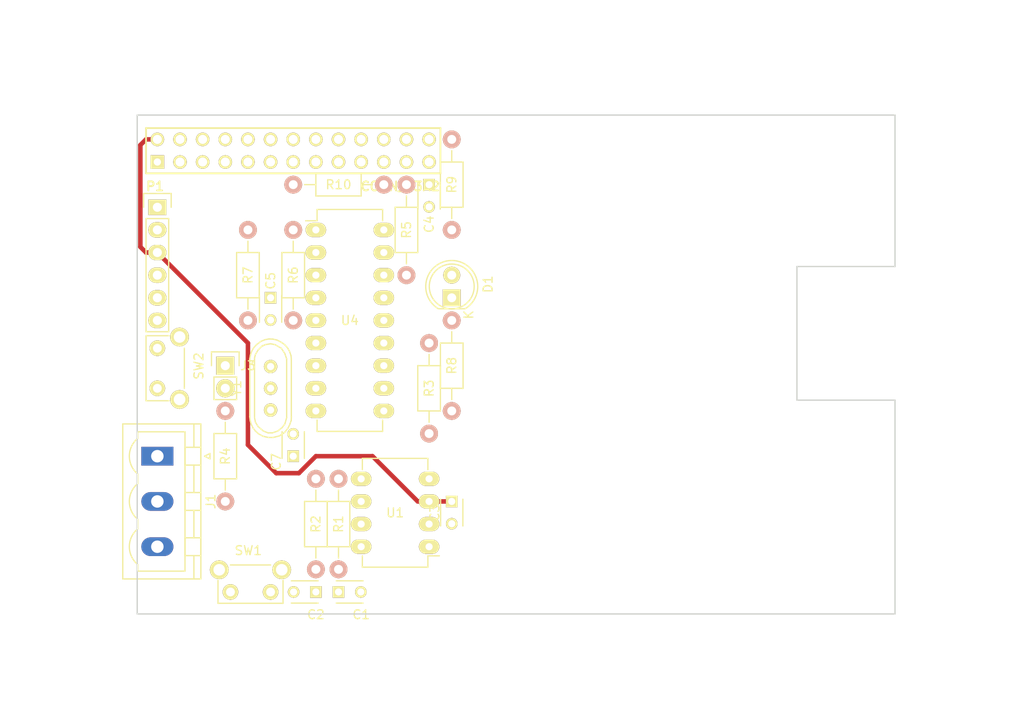
<source format=kicad_pcb>
(kicad_pcb (version 4) (host pcbnew 4.0.4+e1-6308~48~ubuntu16.04.1-stable)

  (general
    (links 57)
    (no_connects 54)
    (area 127.666667 112.000001 242.904763 191.6478)
    (thickness 1.6)
    (drawings 41)
    (tracks 14)
    (zones 0)
    (modules 26)
    (nets 48)
  )

  (page A3)
  (title_block
    (date "15 nov 2012")
  )

  (layers
    (0 F.Cu signal)
    (31 B.Cu signal)
    (32 B.Adhes user)
    (33 F.Adhes user)
    (34 B.Paste user)
    (35 F.Paste user)
    (36 B.SilkS user)
    (37 F.SilkS user)
    (38 B.Mask user)
    (39 F.Mask user)
    (40 Dwgs.User user)
    (41 Cmts.User user)
    (42 Eco1.User user)
    (43 Eco2.User user)
    (44 Edge.Cuts user)
  )

  (setup
    (last_trace_width 0.508)
    (user_trace_width 0.254)
    (user_trace_width 0.508)
    (user_trace_width 0.762)
    (user_trace_width 1.016)
    (user_trace_width 1.27)
    (trace_clearance 0.2)
    (zone_clearance 0.508)
    (zone_45_only no)
    (trace_min 0.1524)
    (segment_width 0.2)
    (edge_width 0.15)
    (via_size 0.9)
    (via_drill 0.6)
    (via_min_size 0.8)
    (via_min_drill 0.5)
    (uvia_size 0.5)
    (uvia_drill 0.1)
    (uvias_allowed no)
    (uvia_min_size 0)
    (uvia_min_drill 0)
    (pcb_text_width 0.3)
    (pcb_text_size 1 1)
    (mod_edge_width 0.15)
    (mod_text_size 1 1)
    (mod_text_width 0.15)
    (pad_size 1 1)
    (pad_drill 0.6)
    (pad_to_mask_clearance 0)
    (aux_axis_origin 143.5 181)
    (grid_origin 145.76 127.73)
    (visible_elements 7FFEEFFF)
    (pcbplotparams
      (layerselection 0x00030_80000001)
      (usegerberextensions true)
      (excludeedgelayer true)
      (linewidth 0.150000)
      (plotframeref false)
      (viasonmask false)
      (mode 1)
      (useauxorigin false)
      (hpglpennumber 1)
      (hpglpenspeed 20)
      (hpglpendiameter 15)
      (hpglpenoverlay 2)
      (psnegative false)
      (psa4output false)
      (plotreference true)
      (plotvalue true)
      (plotinvisibletext false)
      (padsonsilk false)
      (subtractmaskfromsilk false)
      (outputformat 1)
      (mirror false)
      (drillshape 1)
      (scaleselection 1)
      (outputdirectory ""))
  )

  (net 0 "")
  (net 1 +3.3V)
  (net 2 +5V)
  (net 3 GND)
  (net 4 "Net-(C1-Pad1)")
  (net 5 "Net-(C2-Pad1)")
  (net 6 "Net-(C5-Pad2)")
  (net 7 "Net-(C7-Pad2)")
  (net 8 "Net-(D1-Pad1)")
  (net 9 "/GPIO7(CE1)")
  (net 10 /CANL)
  (net 11 /CANH)
  (net 12 /RXD)
  (net 13 /TXD)
  (net 14 "Net-(J2-Pad6)")
  (net 15 "Net-(J3-Pad2)")
  (net 16 "/GPIO0(SDA)")
  (net 17 "Net-(P1-Pad4)")
  (net 18 "/GPIO1(SCL)")
  (net 19 /GPIO4)
  (net 20 "Net-(P1-Pad9)")
  (net 21 /GPIO17)
  (net 22 /GPIO18)
  (net 23 /GPIO21)
  (net 24 "Net-(P1-Pad14)")
  (net 25 /GPIO22)
  (net 26 /GPIO23)
  (net 27 "Net-(P1-Pad17)")
  (net 28 /GPIO24)
  (net 29 "/GPIO10(MOSI)")
  (net 30 "Net-(P1-Pad20)")
  (net 31 "/GPIO9(MISO)")
  (net 32 /GPIO25)
  (net 33 "/GPIO11(SCLK)")
  (net 34 "/GPIO8(CE0)")
  (net 35 "Net-(P1-Pad25)")
  (net 36 "Net-(R3-Pad2)")
  (net 37 "Net-(R5-Pad2)")
  (net 38 "Net-(R6-Pad1)")
  (net 39 "Net-(R7-Pad1)")
  (net 40 "Net-(U1-Pad1)")
  (net 41 "Net-(U1-Pad5)")
  (net 42 "Net-(U4-Pad3)")
  (net 43 "Net-(U4-Pad4)")
  (net 44 "Net-(U4-Pad5)")
  (net 45 "Net-(U4-Pad6)")
  (net 46 "Net-(U4-Pad10)")
  (net 47 "Net-(U4-Pad11)")

  (net_class Default "This is the default net class."
    (clearance 0.2)
    (trace_width 0.2)
    (via_dia 0.9)
    (via_drill 0.6)
    (uvia_dia 0.5)
    (uvia_drill 0.1)
    (add_net +3.3V)
    (add_net +5V)
    (add_net /CANH)
    (add_net /CANL)
    (add_net "/GPIO0(SDA)")
    (add_net "/GPIO1(SCL)")
    (add_net "/GPIO10(MOSI)")
    (add_net "/GPIO11(SCLK)")
    (add_net /GPIO17)
    (add_net /GPIO18)
    (add_net /GPIO21)
    (add_net /GPIO22)
    (add_net /GPIO23)
    (add_net /GPIO24)
    (add_net /GPIO25)
    (add_net /GPIO4)
    (add_net "/GPIO7(CE1)")
    (add_net "/GPIO8(CE0)")
    (add_net "/GPIO9(MISO)")
    (add_net /RXD)
    (add_net /TXD)
    (add_net GND)
    (add_net "Net-(C1-Pad1)")
    (add_net "Net-(C2-Pad1)")
    (add_net "Net-(C5-Pad2)")
    (add_net "Net-(C7-Pad2)")
    (add_net "Net-(D1-Pad1)")
    (add_net "Net-(J2-Pad6)")
    (add_net "Net-(J3-Pad2)")
    (add_net "Net-(P1-Pad14)")
    (add_net "Net-(P1-Pad17)")
    (add_net "Net-(P1-Pad20)")
    (add_net "Net-(P1-Pad25)")
    (add_net "Net-(P1-Pad4)")
    (add_net "Net-(P1-Pad9)")
    (add_net "Net-(R3-Pad2)")
    (add_net "Net-(R5-Pad2)")
    (add_net "Net-(R6-Pad1)")
    (add_net "Net-(R7-Pad1)")
    (add_net "Net-(U1-Pad1)")
    (add_net "Net-(U1-Pad5)")
    (add_net "Net-(U4-Pad10)")
    (add_net "Net-(U4-Pad11)")
    (add_net "Net-(U4-Pad3)")
    (add_net "Net-(U4-Pad4)")
    (add_net "Net-(U4-Pad5)")
    (add_net "Net-(U4-Pad6)")
  )

  (net_class Power ""
    (clearance 0.2)
    (trace_width 0.5)
    (via_dia 1)
    (via_drill 0.7)
    (uvia_dia 0.5)
    (uvia_drill 0.1)
  )

  (module pin_array_13x2 locked (layer F.Cu) (tedit 50A55E7A) (tstamp 50A55DA3)
    (at 161 129)
    (descr "Double rangee de contacts 2 x 12 pins")
    (tags CONN)
    (path /50A55ABA)
    (fp_text reference P1 (at -15.5 4) (layer F.SilkS)
      (effects (font (size 1.016 1.016) (thickness 0.2032)))
    )
    (fp_text value CONN_13X2 (at 12 4) (layer F.SilkS)
      (effects (font (size 1.016 1.016) (thickness 0.2032)))
    )
    (fp_line (start -16.51 2.54) (end 16.51 2.54) (layer F.SilkS) (width 0.2032))
    (fp_line (start 16.51 -2.54) (end -16.51 -2.54) (layer F.SilkS) (width 0.2032))
    (fp_line (start -16.51 -2.54) (end -16.51 2.54) (layer F.SilkS) (width 0.2032))
    (fp_line (start 16.51 2.54) (end 16.51 -2.54) (layer F.SilkS) (width 0.2032))
    (pad 1 thru_hole rect (at -15.24 1.27) (size 1.524 1.524) (drill 0.8128) (layers *.Cu *.Mask F.SilkS)
      (net 1 +3.3V))
    (pad 2 thru_hole circle (at -15.24 -1.27) (size 1.524 1.524) (drill 1.016) (layers *.Cu *.Mask F.SilkS)
      (net 2 +5V))
    (pad 3 thru_hole circle (at -12.7 1.27) (size 1.524 1.524) (drill 1.016) (layers *.Cu *.Mask F.SilkS)
      (net 16 "/GPIO0(SDA)"))
    (pad 4 thru_hole circle (at -12.7 -1.27) (size 1.524 1.524) (drill 1.016) (layers *.Cu *.Mask F.SilkS)
      (net 17 "Net-(P1-Pad4)"))
    (pad 5 thru_hole circle (at -10.16 1.27) (size 1.524 1.524) (drill 1.016) (layers *.Cu *.Mask F.SilkS)
      (net 18 "/GPIO1(SCL)"))
    (pad 6 thru_hole circle (at -10.16 -1.27) (size 1.524 1.524) (drill 1.016) (layers *.Cu *.Mask F.SilkS)
      (net 3 GND))
    (pad 7 thru_hole circle (at -7.62 1.27) (size 1.524 1.524) (drill 1.016) (layers *.Cu *.Mask F.SilkS)
      (net 19 /GPIO4))
    (pad 8 thru_hole circle (at -7.62 -1.27) (size 1.524 1.524) (drill 1.016) (layers *.Cu *.Mask F.SilkS)
      (net 13 /TXD))
    (pad 9 thru_hole circle (at -5.08 1.27) (size 1.524 1.524) (drill 1.016) (layers *.Cu *.Mask F.SilkS)
      (net 20 "Net-(P1-Pad9)"))
    (pad 10 thru_hole circle (at -5.08 -1.27) (size 1.524 1.524) (drill 1.016) (layers *.Cu *.Mask F.SilkS)
      (net 12 /RXD))
    (pad 11 thru_hole circle (at -2.54 1.27) (size 1.524 1.524) (drill 1.016) (layers *.Cu *.Mask F.SilkS)
      (net 21 /GPIO17))
    (pad 12 thru_hole circle (at -2.54 -1.27) (size 1.524 1.524) (drill 1.016) (layers *.Cu *.Mask F.SilkS)
      (net 22 /GPIO18))
    (pad 13 thru_hole circle (at 0 1.27) (size 1.524 1.524) (drill 1.016) (layers *.Cu *.Mask F.SilkS)
      (net 23 /GPIO21))
    (pad 14 thru_hole circle (at 0 -1.27) (size 1.524 1.524) (drill 1.016) (layers *.Cu *.Mask F.SilkS)
      (net 24 "Net-(P1-Pad14)"))
    (pad 15 thru_hole circle (at 2.54 1.27) (size 1.524 1.524) (drill 1.016) (layers *.Cu *.Mask F.SilkS)
      (net 25 /GPIO22))
    (pad 16 thru_hole circle (at 2.54 -1.27) (size 1.524 1.524) (drill 1.016) (layers *.Cu *.Mask F.SilkS)
      (net 26 /GPIO23))
    (pad 17 thru_hole circle (at 5.08 1.27) (size 1.524 1.524) (drill 1.016) (layers *.Cu *.Mask F.SilkS)
      (net 27 "Net-(P1-Pad17)"))
    (pad 18 thru_hole circle (at 5.08 -1.27) (size 1.524 1.524) (drill 1.016) (layers *.Cu *.Mask F.SilkS)
      (net 28 /GPIO24))
    (pad 19 thru_hole circle (at 7.62 1.27) (size 1.524 1.524) (drill 1.016) (layers *.Cu *.Mask F.SilkS)
      (net 29 "/GPIO10(MOSI)"))
    (pad 20 thru_hole circle (at 7.62 -1.27) (size 1.524 1.524) (drill 1.016) (layers *.Cu *.Mask F.SilkS)
      (net 30 "Net-(P1-Pad20)"))
    (pad 21 thru_hole circle (at 10.16 1.27) (size 1.524 1.524) (drill 1.016) (layers *.Cu *.Mask F.SilkS)
      (net 31 "/GPIO9(MISO)"))
    (pad 22 thru_hole circle (at 10.16 -1.27) (size 1.524 1.524) (drill 1.016) (layers *.Cu *.Mask F.SilkS)
      (net 32 /GPIO25))
    (pad 23 thru_hole circle (at 12.7 1.27) (size 1.524 1.524) (drill 1.016) (layers *.Cu *.Mask F.SilkS)
      (net 33 "/GPIO11(SCLK)"))
    (pad 24 thru_hole circle (at 12.7 -1.27) (size 1.524 1.524) (drill 1.016) (layers *.Cu *.Mask F.SilkS)
      (net 34 "/GPIO8(CE0)"))
    (pad 25 thru_hole circle (at 15.24 1.27) (size 1.524 1.524) (drill 1.016) (layers *.Cu *.Mask F.SilkS)
      (net 35 "Net-(P1-Pad25)"))
    (pad 26 thru_hole circle (at 15.24 -1.27) (size 1.524 1.524) (drill 1.016) (layers *.Cu *.Mask F.SilkS)
      (net 9 "/GPIO7(CE1)"))
    (model pin_array/pins_array_13x2.wrl
      (at (xyz 0 0 0))
      (scale (xyz 1 1 1))
      (rotate (xyz 0 0 0))
    )
  )

  (module Capacitors_ThroughHole:C_Disc_D3_P2.5 placed (layer F.Cu) (tedit 58BAC5DD) (tstamp 58BA9F9A)
    (at 166.08 178.53)
    (descr "Capacitor 3mm Disc, Pitch 2.5mm")
    (tags Capacitor)
    (path /58BA204E)
    (fp_text reference C1 (at 2.54 2.54) (layer F.SilkS)
      (effects (font (size 1 1) (thickness 0.15)))
    )
    (fp_text value 560pF (at 1.25 2.5) (layer F.Fab)
      (effects (font (size 1 1) (thickness 0.15)))
    )
    (fp_line (start -0.9 -1.5) (end 3.4 -1.5) (layer F.CrtYd) (width 0.05))
    (fp_line (start 3.4 -1.5) (end 3.4 1.5) (layer F.CrtYd) (width 0.05))
    (fp_line (start 3.4 1.5) (end -0.9 1.5) (layer F.CrtYd) (width 0.05))
    (fp_line (start -0.9 1.5) (end -0.9 -1.5) (layer F.CrtYd) (width 0.05))
    (fp_line (start -0.25 -1.25) (end 2.75 -1.25) (layer F.SilkS) (width 0.15))
    (fp_line (start 2.75 1.25) (end -0.25 1.25) (layer F.SilkS) (width 0.15))
    (pad 1 thru_hole rect (at 0 0) (size 1.3 1.3) (drill 0.8) (layers *.Cu *.Mask F.SilkS)
      (net 4 "Net-(C1-Pad1)"))
    (pad 2 thru_hole circle (at 2.5 0) (size 1.3 1.3) (drill 0.8001) (layers *.Cu *.Mask F.SilkS)
      (net 3 GND))
    (model Capacitors_ThroughHole.3dshapes/C_Disc_D3_P2.5.wrl
      (at (xyz 0.0492126 0 0))
      (scale (xyz 1 1 1))
      (rotate (xyz 0 0 0))
    )
  )

  (module Capacitors_ThroughHole:C_Disc_D3_P2.5 placed (layer F.Cu) (tedit 58BAC5D7) (tstamp 58BA9FA0)
    (at 163.54 178.53 180)
    (descr "Capacitor 3mm Disc, Pitch 2.5mm")
    (tags Capacitor)
    (path /58BA1FBE)
    (fp_text reference C2 (at 0 -2.54 180) (layer F.SilkS)
      (effects (font (size 1 1) (thickness 0.15)))
    )
    (fp_text value 560pF (at 1.25 2.5 180) (layer F.Fab)
      (effects (font (size 1 1) (thickness 0.15)))
    )
    (fp_line (start -0.9 -1.5) (end 3.4 -1.5) (layer F.CrtYd) (width 0.05))
    (fp_line (start 3.4 -1.5) (end 3.4 1.5) (layer F.CrtYd) (width 0.05))
    (fp_line (start 3.4 1.5) (end -0.9 1.5) (layer F.CrtYd) (width 0.05))
    (fp_line (start -0.9 1.5) (end -0.9 -1.5) (layer F.CrtYd) (width 0.05))
    (fp_line (start -0.25 -1.25) (end 2.75 -1.25) (layer F.SilkS) (width 0.15))
    (fp_line (start 2.75 1.25) (end -0.25 1.25) (layer F.SilkS) (width 0.15))
    (pad 1 thru_hole rect (at 0 0 180) (size 1.3 1.3) (drill 0.8) (layers *.Cu *.Mask F.SilkS)
      (net 5 "Net-(C2-Pad1)"))
    (pad 2 thru_hole circle (at 2.5 0 180) (size 1.3 1.3) (drill 0.8001) (layers *.Cu *.Mask F.SilkS)
      (net 3 GND))
    (model Capacitors_ThroughHole.3dshapes/C_Disc_D3_P2.5.wrl
      (at (xyz 0.0492126 0 0))
      (scale (xyz 1 1 1))
      (rotate (xyz 0 0 0))
    )
  )

  (module Capacitors_ThroughHole:C_Disc_D3_P2.5 placed (layer F.Cu) (tedit 58BAC5FD) (tstamp 58BA9FA6)
    (at 178.78 168.37 270)
    (descr "Capacitor 3mm Disc, Pitch 2.5mm")
    (tags Capacitor)
    (path /58BA1693)
    (fp_text reference C3 (at 1.27 1.905 270) (layer F.SilkS)
      (effects (font (size 1 1) (thickness 0.15)))
    )
    (fp_text value 0.1μF (at 1.25 2.5 270) (layer F.Fab)
      (effects (font (size 1 1) (thickness 0.15)))
    )
    (fp_line (start -0.9 -1.5) (end 3.4 -1.5) (layer F.CrtYd) (width 0.05))
    (fp_line (start 3.4 -1.5) (end 3.4 1.5) (layer F.CrtYd) (width 0.05))
    (fp_line (start 3.4 1.5) (end -0.9 1.5) (layer F.CrtYd) (width 0.05))
    (fp_line (start -0.9 1.5) (end -0.9 -1.5) (layer F.CrtYd) (width 0.05))
    (fp_line (start -0.25 -1.25) (end 2.75 -1.25) (layer F.SilkS) (width 0.15))
    (fp_line (start 2.75 1.25) (end -0.25 1.25) (layer F.SilkS) (width 0.15))
    (pad 1 thru_hole rect (at 0 0 270) (size 1.3 1.3) (drill 0.8) (layers *.Cu *.Mask F.SilkS)
      (net 2 +5V))
    (pad 2 thru_hole circle (at 2.5 0 270) (size 1.3 1.3) (drill 0.8001) (layers *.Cu *.Mask F.SilkS)
      (net 3 GND))
    (model Capacitors_ThroughHole.3dshapes/C_Disc_D3_P2.5.wrl
      (at (xyz 0.0492126 0 0))
      (scale (xyz 1 1 1))
      (rotate (xyz 0 0 0))
    )
  )

  (module Capacitors_ThroughHole:C_Disc_D3_P2.5 placed (layer F.Cu) (tedit 58BAC57E) (tstamp 58BA9FAC)
    (at 176.24 132.81 270)
    (descr "Capacitor 3mm Disc, Pitch 2.5mm")
    (tags Capacitor)
    (path /58BA000F)
    (fp_text reference C4 (at 4.445 0 270) (layer F.SilkS)
      (effects (font (size 1 1) (thickness 0.15)))
    )
    (fp_text value 0.1μF (at 1.25 2.5 270) (layer F.Fab)
      (effects (font (size 1 1) (thickness 0.15)))
    )
    (fp_line (start -0.9 -1.5) (end 3.4 -1.5) (layer F.CrtYd) (width 0.05))
    (fp_line (start 3.4 -1.5) (end 3.4 1.5) (layer F.CrtYd) (width 0.05))
    (fp_line (start 3.4 1.5) (end -0.9 1.5) (layer F.CrtYd) (width 0.05))
    (fp_line (start -0.9 1.5) (end -0.9 -1.5) (layer F.CrtYd) (width 0.05))
    (fp_line (start -0.25 -1.25) (end 2.75 -1.25) (layer F.SilkS) (width 0.15))
    (fp_line (start 2.75 1.25) (end -0.25 1.25) (layer F.SilkS) (width 0.15))
    (pad 1 thru_hole rect (at 0 0 270) (size 1.3 1.3) (drill 0.8) (layers *.Cu *.Mask F.SilkS)
      (net 1 +3.3V))
    (pad 2 thru_hole circle (at 2.5 0 270) (size 1.3 1.3) (drill 0.8001) (layers *.Cu *.Mask F.SilkS)
      (net 3 GND))
    (model Capacitors_ThroughHole.3dshapes/C_Disc_D3_P2.5.wrl
      (at (xyz 0.0492126 0 0))
      (scale (xyz 1 1 1))
      (rotate (xyz 0 0 0))
    )
  )

  (module Capacitors_ThroughHole:C_Disc_D3_P2.5 placed (layer F.Cu) (tedit 58BAC5B4) (tstamp 58BA9FB2)
    (at 158.46 145.51 270)
    (descr "Capacitor 3mm Disc, Pitch 2.5mm")
    (tags Capacitor)
    (path /58BA0567)
    (fp_text reference C5 (at -1.905 0 270) (layer F.SilkS)
      (effects (font (size 1 1) (thickness 0.15)))
    )
    (fp_text value 22pF (at 1.25 2.5 270) (layer F.Fab)
      (effects (font (size 1 1) (thickness 0.15)))
    )
    (fp_line (start -0.9 -1.5) (end 3.4 -1.5) (layer F.CrtYd) (width 0.05))
    (fp_line (start 3.4 -1.5) (end 3.4 1.5) (layer F.CrtYd) (width 0.05))
    (fp_line (start 3.4 1.5) (end -0.9 1.5) (layer F.CrtYd) (width 0.05))
    (fp_line (start -0.9 1.5) (end -0.9 -1.5) (layer F.CrtYd) (width 0.05))
    (fp_line (start -0.25 -1.25) (end 2.75 -1.25) (layer F.SilkS) (width 0.15))
    (fp_line (start 2.75 1.25) (end -0.25 1.25) (layer F.SilkS) (width 0.15))
    (pad 1 thru_hole rect (at 0 0 270) (size 1.3 1.3) (drill 0.8) (layers *.Cu *.Mask F.SilkS)
      (net 3 GND))
    (pad 2 thru_hole circle (at 2.5 0 270) (size 1.3 1.3) (drill 0.8001) (layers *.Cu *.Mask F.SilkS)
      (net 6 "Net-(C5-Pad2)"))
    (model Capacitors_ThroughHole.3dshapes/C_Disc_D3_P2.5.wrl
      (at (xyz 0.0492126 0 0))
      (scale (xyz 1 1 1))
      (rotate (xyz 0 0 0))
    )
  )

  (module Capacitors_ThroughHole:C_Disc_D3_P2.5 placed (layer F.Cu) (tedit 58BAC5C9) (tstamp 58BA9FB8)
    (at 161 163.29 90)
    (descr "Capacitor 3mm Disc, Pitch 2.5mm")
    (tags Capacitor)
    (path /58BA05DB)
    (fp_text reference C7 (at -0.635 -1.905 90) (layer F.SilkS)
      (effects (font (size 1 1) (thickness 0.15)))
    )
    (fp_text value 22pF (at 1.25 2.5 90) (layer F.Fab)
      (effects (font (size 1 1) (thickness 0.15)))
    )
    (fp_line (start -0.9 -1.5) (end 3.4 -1.5) (layer F.CrtYd) (width 0.05))
    (fp_line (start 3.4 -1.5) (end 3.4 1.5) (layer F.CrtYd) (width 0.05))
    (fp_line (start 3.4 1.5) (end -0.9 1.5) (layer F.CrtYd) (width 0.05))
    (fp_line (start -0.9 1.5) (end -0.9 -1.5) (layer F.CrtYd) (width 0.05))
    (fp_line (start -0.25 -1.25) (end 2.75 -1.25) (layer F.SilkS) (width 0.15))
    (fp_line (start 2.75 1.25) (end -0.25 1.25) (layer F.SilkS) (width 0.15))
    (pad 1 thru_hole rect (at 0 0 90) (size 1.3 1.3) (drill 0.8) (layers *.Cu *.Mask F.SilkS)
      (net 3 GND))
    (pad 2 thru_hole circle (at 2.5 0 90) (size 1.3 1.3) (drill 0.8001) (layers *.Cu *.Mask F.SilkS)
      (net 7 "Net-(C7-Pad2)"))
    (model Capacitors_ThroughHole.3dshapes/C_Disc_D3_P2.5.wrl
      (at (xyz 0.0492126 0 0))
      (scale (xyz 1 1 1))
      (rotate (xyz 0 0 0))
    )
  )

  (module LEDs:LED-5MM placed (layer F.Cu) (tedit 5570F7EA) (tstamp 58BA9FBE)
    (at 178.78 145.51 90)
    (descr "LED 5mm round vertical")
    (tags "LED 5mm round vertical")
    (path /58B9E10F)
    (fp_text reference D1 (at 1.524 4.064 90) (layer F.SilkS)
      (effects (font (size 1 1) (thickness 0.15)))
    )
    (fp_text value LED (at 1.524 -3.937 90) (layer F.Fab)
      (effects (font (size 1 1) (thickness 0.15)))
    )
    (fp_line (start -1.5 -1.55) (end -1.5 1.55) (layer F.CrtYd) (width 0.05))
    (fp_arc (start 1.3 0) (end -1.5 1.55) (angle -302) (layer F.CrtYd) (width 0.05))
    (fp_arc (start 1.27 0) (end -1.23 -1.5) (angle 297.5) (layer F.SilkS) (width 0.15))
    (fp_line (start -1.23 1.5) (end -1.23 -1.5) (layer F.SilkS) (width 0.15))
    (fp_circle (center 1.27 0) (end 0.97 -2.5) (layer F.SilkS) (width 0.15))
    (fp_text user K (at -1.905 1.905 90) (layer F.SilkS)
      (effects (font (size 1 1) (thickness 0.15)))
    )
    (pad 1 thru_hole rect (at 0 0 180) (size 2 1.9) (drill 1.00076) (layers *.Cu *.Mask F.SilkS)
      (net 8 "Net-(D1-Pad1)"))
    (pad 2 thru_hole circle (at 2.54 0 90) (size 1.9 1.9) (drill 1.00076) (layers *.Cu *.Mask F.SilkS)
      (net 9 "/GPIO7(CE1)"))
    (model LEDs.3dshapes/LED-5MM.wrl
      (at (xyz 0.05 0 0))
      (scale (xyz 1 1 1))
      (rotate (xyz 0 0 90))
    )
  )

  (module Connectors_Phoenix:PhoenixContact_MSTBVA-G_03x5.08mm_Vertical placed (layer F.Cu) (tedit 5797DB0C) (tstamp 58BA9FC5)
    (at 145.76 163.29 270)
    (descr "Generic Phoenix Contact connector footprint for series: MSTBVA-G; number of pins: 03; pin pitch: 5.08mm; Vertical || order number: 1924318 16A (HC) || order number: 1755749 12A")
    (tags "phoenix_contact connector MSTBVA_01x03_G_5.08mm")
    (path /58BA2E44)
    (fp_text reference J1 (at 5.08 -6 270) (layer F.SilkS)
      (effects (font (size 1 1) (thickness 0.15)))
    )
    (fp_text value CANBUS (at 5.08 5.3 270) (layer F.Fab)
      (effects (font (size 1 1) (thickness 0.15)))
    )
    (fp_arc (start 0 0.55) (end -2 2.2) (angle -100.5) (layer F.SilkS) (width 0.15))
    (fp_arc (start 5.08 0.55) (end 3.08 2.2) (angle -100.5) (layer F.SilkS) (width 0.15))
    (fp_arc (start 10.16 0.55) (end 8.16 2.2) (angle -100.5) (layer F.SilkS) (width 0.15))
    (fp_line (start -3.62 -4.88) (end -3.62 3.88) (layer F.SilkS) (width 0.15))
    (fp_line (start -3.62 3.88) (end 13.78 3.88) (layer F.SilkS) (width 0.15))
    (fp_line (start 13.78 3.88) (end 13.78 -4.88) (layer F.SilkS) (width 0.15))
    (fp_line (start 13.78 -4.88) (end -3.62 -4.88) (layer F.SilkS) (width 0.15))
    (fp_line (start -3.62 -4.1) (end -1.08 -4.1) (layer F.SilkS) (width 0.15))
    (fp_line (start 13.78 -4.1) (end 11.24 -4.1) (layer F.SilkS) (width 0.15))
    (fp_line (start 1 -4.1) (end 4.08 -4.1) (layer F.SilkS) (width 0.15))
    (fp_line (start 6.08 -4.1) (end 9.16 -4.1) (layer F.SilkS) (width 0.15))
    (fp_line (start -1 -3.1) (end -1 -4.88) (layer F.SilkS) (width 0.15))
    (fp_line (start -1 -4.88) (end 1 -4.88) (layer F.SilkS) (width 0.15))
    (fp_line (start 1 -4.88) (end 1 -3.1) (layer F.SilkS) (width 0.15))
    (fp_line (start 1 -3.1) (end -1 -3.1) (layer F.SilkS) (width 0.15))
    (fp_line (start 4.08 -3.1) (end 4.08 -4.88) (layer F.SilkS) (width 0.15))
    (fp_line (start 4.08 -4.88) (end 6.08 -4.88) (layer F.SilkS) (width 0.15))
    (fp_line (start 6.08 -4.88) (end 6.08 -3.1) (layer F.SilkS) (width 0.15))
    (fp_line (start 6.08 -3.1) (end 4.08 -3.1) (layer F.SilkS) (width 0.15))
    (fp_line (start 9.16 -3.1) (end 9.16 -4.88) (layer F.SilkS) (width 0.15))
    (fp_line (start 9.16 -4.88) (end 11.16 -4.88) (layer F.SilkS) (width 0.15))
    (fp_line (start 11.16 -4.88) (end 11.16 -3.1) (layer F.SilkS) (width 0.15))
    (fp_line (start 11.16 -3.1) (end 9.16 -3.1) (layer F.SilkS) (width 0.15))
    (fp_line (start 2 2.2) (end 3.08 2.2) (layer F.SilkS) (width 0.15))
    (fp_line (start 7.08 2.2) (end 8.16 2.2) (layer F.SilkS) (width 0.15))
    (fp_line (start -2 2.2) (end -2.74 2.2) (layer F.SilkS) (width 0.15))
    (fp_line (start -2.74 2.2) (end -2.74 -3.1) (layer F.SilkS) (width 0.15))
    (fp_line (start -2.74 -3.1) (end 12.9 -3.1) (layer F.SilkS) (width 0.15))
    (fp_line (start 12.9 -3.1) (end 12.9 2.2) (layer F.SilkS) (width 0.15))
    (fp_line (start 12.9 2.2) (end 12.16 2.2) (layer F.SilkS) (width 0.15))
    (fp_line (start -4.05 -5.3) (end -4.05 4.3) (layer F.CrtYd) (width 0.05))
    (fp_line (start -4.05 4.3) (end 14.2 4.3) (layer F.CrtYd) (width 0.05))
    (fp_line (start 14.2 4.3) (end 14.2 -5.3) (layer F.CrtYd) (width 0.05))
    (fp_line (start 14.2 -5.3) (end -4.05 -5.3) (layer F.CrtYd) (width 0.05))
    (fp_line (start 0 -5.3) (end 0.3 -5.9) (layer F.SilkS) (width 0.15))
    (fp_line (start 0.3 -5.9) (end -0.3 -5.9) (layer F.SilkS) (width 0.15))
    (fp_line (start -0.3 -5.9) (end 0 -5.3) (layer F.SilkS) (width 0.15))
    (pad 1 thru_hole rect (at 0 0 270) (size 2.1 3.6) (drill 1.4) (layers *.Cu *.Mask)
      (net 10 /CANL))
    (pad 2 thru_hole oval (at 5.08 0 270) (size 2.1 3.6) (drill 1.4) (layers *.Cu *.Mask)
      (net 11 /CANH))
    (pad 3 thru_hole oval (at 10.16 0 270) (size 2.1 3.6) (drill 1.4) (layers *.Cu *.Mask)
      (net 3 GND))
    (model Connectors_Phoenix.3dshapes/PhoenixContact_MSTBVA-G_03x5.08mm_Vertical.wrl
      (at (xyz 0 0 0))
      (scale (xyz 1 1 1))
      (rotate (xyz 0 0 0))
    )
  )

  (module Pin_Headers:Pin_Header_Straight_1x06 placed (layer F.Cu) (tedit 0) (tstamp 58BA9FCF)
    (at 145.76 135.35)
    (descr "Through hole pin header")
    (tags "pin header")
    (path /58B9E2E3)
    (fp_text reference J2 (at 0 -5.1) (layer F.SilkS)
      (effects (font (size 1 1) (thickness 0.15)))
    )
    (fp_text value TTL_SERIAL (at 0 -3.1) (layer F.Fab)
      (effects (font (size 1 1) (thickness 0.15)))
    )
    (fp_line (start -1.75 -1.75) (end -1.75 14.45) (layer F.CrtYd) (width 0.05))
    (fp_line (start 1.75 -1.75) (end 1.75 14.45) (layer F.CrtYd) (width 0.05))
    (fp_line (start -1.75 -1.75) (end 1.75 -1.75) (layer F.CrtYd) (width 0.05))
    (fp_line (start -1.75 14.45) (end 1.75 14.45) (layer F.CrtYd) (width 0.05))
    (fp_line (start 1.27 1.27) (end 1.27 13.97) (layer F.SilkS) (width 0.15))
    (fp_line (start 1.27 13.97) (end -1.27 13.97) (layer F.SilkS) (width 0.15))
    (fp_line (start -1.27 13.97) (end -1.27 1.27) (layer F.SilkS) (width 0.15))
    (fp_line (start 1.55 -1.55) (end 1.55 0) (layer F.SilkS) (width 0.15))
    (fp_line (start 1.27 1.27) (end -1.27 1.27) (layer F.SilkS) (width 0.15))
    (fp_line (start -1.55 0) (end -1.55 -1.55) (layer F.SilkS) (width 0.15))
    (fp_line (start -1.55 -1.55) (end 1.55 -1.55) (layer F.SilkS) (width 0.15))
    (pad 1 thru_hole rect (at 0 0) (size 2.032 1.7272) (drill 1.016) (layers *.Cu *.Mask F.SilkS)
      (net 3 GND))
    (pad 2 thru_hole oval (at 0 2.54) (size 2.032 1.7272) (drill 1.016) (layers *.Cu *.Mask F.SilkS)
      (net 3 GND))
    (pad 3 thru_hole oval (at 0 5.08) (size 2.032 1.7272) (drill 1.016) (layers *.Cu *.Mask F.SilkS)
      (net 2 +5V))
    (pad 4 thru_hole oval (at 0 7.62) (size 2.032 1.7272) (drill 1.016) (layers *.Cu *.Mask F.SilkS)
      (net 12 /RXD))
    (pad 5 thru_hole oval (at 0 10.16) (size 2.032 1.7272) (drill 1.016) (layers *.Cu *.Mask F.SilkS)
      (net 13 /TXD))
    (pad 6 thru_hole oval (at 0 12.7) (size 2.032 1.7272) (drill 1.016) (layers *.Cu *.Mask F.SilkS)
      (net 14 "Net-(J2-Pad6)"))
    (model Pin_Headers.3dshapes/Pin_Header_Straight_1x06.wrl
      (at (xyz 0 -0.25 0))
      (scale (xyz 1 1 1))
      (rotate (xyz 0 0 90))
    )
  )

  (module Pin_Headers:Pin_Header_Straight_1x02 placed (layer F.Cu) (tedit 58BAC5BD) (tstamp 58BA9FD5)
    (at 153.38 153.13)
    (descr "Through hole pin header")
    (tags "pin header")
    (path /58BA2B1E)
    (fp_text reference J3 (at 2.54 0) (layer F.SilkS)
      (effects (font (size 1 1) (thickness 0.15)))
    )
    (fp_text value TERMINATE (at 0 -3.1) (layer F.Fab)
      (effects (font (size 1 1) (thickness 0.15)))
    )
    (fp_line (start 1.27 1.27) (end 1.27 3.81) (layer F.SilkS) (width 0.15))
    (fp_line (start 1.55 -1.55) (end 1.55 0) (layer F.SilkS) (width 0.15))
    (fp_line (start -1.75 -1.75) (end -1.75 4.3) (layer F.CrtYd) (width 0.05))
    (fp_line (start 1.75 -1.75) (end 1.75 4.3) (layer F.CrtYd) (width 0.05))
    (fp_line (start -1.75 -1.75) (end 1.75 -1.75) (layer F.CrtYd) (width 0.05))
    (fp_line (start -1.75 4.3) (end 1.75 4.3) (layer F.CrtYd) (width 0.05))
    (fp_line (start 1.27 1.27) (end -1.27 1.27) (layer F.SilkS) (width 0.15))
    (fp_line (start -1.55 0) (end -1.55 -1.55) (layer F.SilkS) (width 0.15))
    (fp_line (start -1.55 -1.55) (end 1.55 -1.55) (layer F.SilkS) (width 0.15))
    (fp_line (start -1.27 1.27) (end -1.27 3.81) (layer F.SilkS) (width 0.15))
    (fp_line (start -1.27 3.81) (end 1.27 3.81) (layer F.SilkS) (width 0.15))
    (pad 1 thru_hole rect (at 0 0) (size 2.032 2.032) (drill 1.016) (layers *.Cu *.Mask F.SilkS)
      (net 10 /CANL))
    (pad 2 thru_hole oval (at 0 2.54) (size 2.032 2.032) (drill 1.016) (layers *.Cu *.Mask F.SilkS)
      (net 15 "Net-(J3-Pad2)"))
    (model Pin_Headers.3dshapes/Pin_Header_Straight_1x02.wrl
      (at (xyz 0 -0.05 0))
      (scale (xyz 1 1 1))
      (rotate (xyz 0 0 90))
    )
  )

  (module Resistors_ThroughHole:Resistor_Horizontal_RM10mm placed (layer F.Cu) (tedit 58BAC384) (tstamp 58BA9FDB)
    (at 166.08 165.83 270)
    (descr "Resistor, Axial,  RM 10mm, 1/3W")
    (tags "Resistor Axial RM 10mm 1/3W")
    (path /58BA1E7C)
    (fp_text reference R1 (at 5.08 0 270) (layer F.SilkS)
      (effects (font (size 1 1) (thickness 0.15)))
    )
    (fp_text value 100Ω (at 5.08 3.81 270) (layer F.Fab)
      (effects (font (size 1 1) (thickness 0.15)))
    )
    (fp_line (start -1.25 -1.5) (end 11.4 -1.5) (layer F.CrtYd) (width 0.05))
    (fp_line (start -1.25 1.5) (end -1.25 -1.5) (layer F.CrtYd) (width 0.05))
    (fp_line (start 11.4 -1.5) (end 11.4 1.5) (layer F.CrtYd) (width 0.05))
    (fp_line (start -1.25 1.5) (end 11.4 1.5) (layer F.CrtYd) (width 0.05))
    (fp_line (start 2.54 -1.27) (end 7.62 -1.27) (layer F.SilkS) (width 0.15))
    (fp_line (start 7.62 -1.27) (end 7.62 1.27) (layer F.SilkS) (width 0.15))
    (fp_line (start 7.62 1.27) (end 2.54 1.27) (layer F.SilkS) (width 0.15))
    (fp_line (start 2.54 1.27) (end 2.54 -1.27) (layer F.SilkS) (width 0.15))
    (fp_line (start 2.54 0) (end 1.27 0) (layer F.SilkS) (width 0.15))
    (fp_line (start 7.62 0) (end 8.89 0) (layer F.SilkS) (width 0.15))
    (pad 1 thru_hole circle (at 0 0 270) (size 1.99898 1.99898) (drill 1.00076) (layers *.Cu *.SilkS *.Mask)
      (net 10 /CANL))
    (pad 2 thru_hole circle (at 10.16 0 270) (size 1.99898 1.99898) (drill 1.00076) (layers *.Cu *.SilkS *.Mask)
      (net 4 "Net-(C1-Pad1)"))
    (model Resistors_ThroughHole.3dshapes/Resistor_Horizontal_RM10mm.wrl
      (at (xyz 0.2 0 0))
      (scale (xyz 0.4 0.4 0.4))
      (rotate (xyz 0 0 0))
    )
  )

  (module Resistors_ThroughHole:Resistor_Horizontal_RM10mm placed (layer F.Cu) (tedit 58BAC38E) (tstamp 58BA9FE1)
    (at 163.54 165.83 270)
    (descr "Resistor, Axial,  RM 10mm, 1/3W")
    (tags "Resistor Axial RM 10mm 1/3W")
    (path /58BA1F70)
    (fp_text reference R2 (at 5.08 0 270) (layer F.SilkS)
      (effects (font (size 1 1) (thickness 0.15)))
    )
    (fp_text value 100Ω (at 5.08 3.81 270) (layer F.Fab)
      (effects (font (size 1 1) (thickness 0.15)))
    )
    (fp_line (start -1.25 -1.5) (end 11.4 -1.5) (layer F.CrtYd) (width 0.05))
    (fp_line (start -1.25 1.5) (end -1.25 -1.5) (layer F.CrtYd) (width 0.05))
    (fp_line (start 11.4 -1.5) (end 11.4 1.5) (layer F.CrtYd) (width 0.05))
    (fp_line (start -1.25 1.5) (end 11.4 1.5) (layer F.CrtYd) (width 0.05))
    (fp_line (start 2.54 -1.27) (end 7.62 -1.27) (layer F.SilkS) (width 0.15))
    (fp_line (start 7.62 -1.27) (end 7.62 1.27) (layer F.SilkS) (width 0.15))
    (fp_line (start 7.62 1.27) (end 2.54 1.27) (layer F.SilkS) (width 0.15))
    (fp_line (start 2.54 1.27) (end 2.54 -1.27) (layer F.SilkS) (width 0.15))
    (fp_line (start 2.54 0) (end 1.27 0) (layer F.SilkS) (width 0.15))
    (fp_line (start 7.62 0) (end 8.89 0) (layer F.SilkS) (width 0.15))
    (pad 1 thru_hole circle (at 0 0 270) (size 1.99898 1.99898) (drill 1.00076) (layers *.Cu *.SilkS *.Mask)
      (net 11 /CANH))
    (pad 2 thru_hole circle (at 10.16 0 270) (size 1.99898 1.99898) (drill 1.00076) (layers *.Cu *.SilkS *.Mask)
      (net 5 "Net-(C2-Pad1)"))
    (model Resistors_ThroughHole.3dshapes/Resistor_Horizontal_RM10mm.wrl
      (at (xyz 0.2 0 0))
      (scale (xyz 0.4 0.4 0.4))
      (rotate (xyz 0 0 0))
    )
  )

  (module Resistors_ThroughHole:Resistor_Horizontal_RM10mm placed (layer F.Cu) (tedit 58BAC393) (tstamp 58BA9FE7)
    (at 176.24 150.59 270)
    (descr "Resistor, Axial,  RM 10mm, 1/3W")
    (tags "Resistor Axial RM 10mm 1/3W")
    (path /58BA1CB2)
    (fp_text reference R3 (at 5.08 0 270) (layer F.SilkS)
      (effects (font (size 1 1) (thickness 0.15)))
    )
    (fp_text value 4K7Ω (at 5.08 3.81 270) (layer F.Fab)
      (effects (font (size 1 1) (thickness 0.15)))
    )
    (fp_line (start -1.25 -1.5) (end 11.4 -1.5) (layer F.CrtYd) (width 0.05))
    (fp_line (start -1.25 1.5) (end -1.25 -1.5) (layer F.CrtYd) (width 0.05))
    (fp_line (start 11.4 -1.5) (end 11.4 1.5) (layer F.CrtYd) (width 0.05))
    (fp_line (start -1.25 1.5) (end 11.4 1.5) (layer F.CrtYd) (width 0.05))
    (fp_line (start 2.54 -1.27) (end 7.62 -1.27) (layer F.SilkS) (width 0.15))
    (fp_line (start 7.62 -1.27) (end 7.62 1.27) (layer F.SilkS) (width 0.15))
    (fp_line (start 7.62 1.27) (end 2.54 1.27) (layer F.SilkS) (width 0.15))
    (fp_line (start 2.54 1.27) (end 2.54 -1.27) (layer F.SilkS) (width 0.15))
    (fp_line (start 2.54 0) (end 1.27 0) (layer F.SilkS) (width 0.15))
    (fp_line (start 7.62 0) (end 8.89 0) (layer F.SilkS) (width 0.15))
    (pad 1 thru_hole circle (at 0 0 270) (size 1.99898 1.99898) (drill 1.00076) (layers *.Cu *.SilkS *.Mask)
      (net 3 GND))
    (pad 2 thru_hole circle (at 10.16 0 270) (size 1.99898 1.99898) (drill 1.00076) (layers *.Cu *.SilkS *.Mask)
      (net 36 "Net-(R3-Pad2)"))
    (model Resistors_ThroughHole.3dshapes/Resistor_Horizontal_RM10mm.wrl
      (at (xyz 0.2 0 0))
      (scale (xyz 0.4 0.4 0.4))
      (rotate (xyz 0 0 0))
    )
  )

  (module Resistors_ThroughHole:Resistor_Horizontal_RM10mm placed (layer F.Cu) (tedit 58BAC5C2) (tstamp 58BA9FED)
    (at 153.38 168.37 90)
    (descr "Resistor, Axial,  RM 10mm, 1/3W")
    (tags "Resistor Axial RM 10mm 1/3W")
    (path /58BA226F)
    (fp_text reference R4 (at 5.08 0 90) (layer F.SilkS)
      (effects (font (size 1 1) (thickness 0.15)))
    )
    (fp_text value 120Ω (at 5.08 3.81 90) (layer F.Fab)
      (effects (font (size 1 1) (thickness 0.15)))
    )
    (fp_line (start -1.25 -1.5) (end 11.4 -1.5) (layer F.CrtYd) (width 0.05))
    (fp_line (start -1.25 1.5) (end -1.25 -1.5) (layer F.CrtYd) (width 0.05))
    (fp_line (start 11.4 -1.5) (end 11.4 1.5) (layer F.CrtYd) (width 0.05))
    (fp_line (start -1.25 1.5) (end 11.4 1.5) (layer F.CrtYd) (width 0.05))
    (fp_line (start 2.54 -1.27) (end 7.62 -1.27) (layer F.SilkS) (width 0.15))
    (fp_line (start 7.62 -1.27) (end 7.62 1.27) (layer F.SilkS) (width 0.15))
    (fp_line (start 7.62 1.27) (end 2.54 1.27) (layer F.SilkS) (width 0.15))
    (fp_line (start 2.54 1.27) (end 2.54 -1.27) (layer F.SilkS) (width 0.15))
    (fp_line (start 2.54 0) (end 1.27 0) (layer F.SilkS) (width 0.15))
    (fp_line (start 7.62 0) (end 8.89 0) (layer F.SilkS) (width 0.15))
    (pad 1 thru_hole circle (at 0 0 90) (size 1.99898 1.99898) (drill 1.00076) (layers *.Cu *.SilkS *.Mask)
      (net 11 /CANH))
    (pad 2 thru_hole circle (at 10.16 0 90) (size 1.99898 1.99898) (drill 1.00076) (layers *.Cu *.SilkS *.Mask)
      (net 15 "Net-(J3-Pad2)"))
    (model Resistors_ThroughHole.3dshapes/Resistor_Horizontal_RM10mm.wrl
      (at (xyz 0.2 0 0))
      (scale (xyz 0.4 0.4 0.4))
      (rotate (xyz 0 0 0))
    )
  )

  (module Resistors_ThroughHole:Resistor_Horizontal_RM10mm placed (layer F.Cu) (tedit 58BAC58D) (tstamp 58BA9FF3)
    (at 173.7 132.81 270)
    (descr "Resistor, Axial,  RM 10mm, 1/3W")
    (tags "Resistor Axial RM 10mm 1/3W")
    (path /58B9F9D1)
    (fp_text reference R5 (at 5.08 0 270) (layer F.SilkS)
      (effects (font (size 1 1) (thickness 0.15)))
    )
    (fp_text value 4K7Ω (at 5.08 3.81 270) (layer F.Fab)
      (effects (font (size 1 1) (thickness 0.15)))
    )
    (fp_line (start -1.25 -1.5) (end 11.4 -1.5) (layer F.CrtYd) (width 0.05))
    (fp_line (start -1.25 1.5) (end -1.25 -1.5) (layer F.CrtYd) (width 0.05))
    (fp_line (start 11.4 -1.5) (end 11.4 1.5) (layer F.CrtYd) (width 0.05))
    (fp_line (start -1.25 1.5) (end 11.4 1.5) (layer F.CrtYd) (width 0.05))
    (fp_line (start 2.54 -1.27) (end 7.62 -1.27) (layer F.SilkS) (width 0.15))
    (fp_line (start 7.62 -1.27) (end 7.62 1.27) (layer F.SilkS) (width 0.15))
    (fp_line (start 7.62 1.27) (end 2.54 1.27) (layer F.SilkS) (width 0.15))
    (fp_line (start 2.54 1.27) (end 2.54 -1.27) (layer F.SilkS) (width 0.15))
    (fp_line (start 2.54 0) (end 1.27 0) (layer F.SilkS) (width 0.15))
    (fp_line (start 7.62 0) (end 8.89 0) (layer F.SilkS) (width 0.15))
    (pad 1 thru_hole circle (at 0 0 270) (size 1.99898 1.99898) (drill 1.00076) (layers *.Cu *.SilkS *.Mask)
      (net 1 +3.3V))
    (pad 2 thru_hole circle (at 10.16 0 270) (size 1.99898 1.99898) (drill 1.00076) (layers *.Cu *.SilkS *.Mask)
      (net 37 "Net-(R5-Pad2)"))
    (model Resistors_ThroughHole.3dshapes/Resistor_Horizontal_RM10mm.wrl
      (at (xyz 0.2 0 0))
      (scale (xyz 0.4 0.4 0.4))
      (rotate (xyz 0 0 0))
    )
  )

  (module Resistors_ThroughHole:Resistor_Horizontal_RM10mm placed (layer F.Cu) (tedit 58BAC5AE) (tstamp 58BA9FF9)
    (at 161 137.89 270)
    (descr "Resistor, Axial,  RM 10mm, 1/3W")
    (tags "Resistor Axial RM 10mm 1/3W")
    (path /58B9F818)
    (fp_text reference R6 (at 5.08 0 270) (layer F.SilkS)
      (effects (font (size 1 1) (thickness 0.15)))
    )
    (fp_text value 18KΩ (at 5.08 3.81 270) (layer F.Fab)
      (effects (font (size 1 1) (thickness 0.15)))
    )
    (fp_line (start -1.25 -1.5) (end 11.4 -1.5) (layer F.CrtYd) (width 0.05))
    (fp_line (start -1.25 1.5) (end -1.25 -1.5) (layer F.CrtYd) (width 0.05))
    (fp_line (start 11.4 -1.5) (end 11.4 1.5) (layer F.CrtYd) (width 0.05))
    (fp_line (start -1.25 1.5) (end 11.4 1.5) (layer F.CrtYd) (width 0.05))
    (fp_line (start 2.54 -1.27) (end 7.62 -1.27) (layer F.SilkS) (width 0.15))
    (fp_line (start 7.62 -1.27) (end 7.62 1.27) (layer F.SilkS) (width 0.15))
    (fp_line (start 7.62 1.27) (end 2.54 1.27) (layer F.SilkS) (width 0.15))
    (fp_line (start 2.54 1.27) (end 2.54 -1.27) (layer F.SilkS) (width 0.15))
    (fp_line (start 2.54 0) (end 1.27 0) (layer F.SilkS) (width 0.15))
    (fp_line (start 7.62 0) (end 8.89 0) (layer F.SilkS) (width 0.15))
    (pad 1 thru_hole circle (at 0 0 270) (size 1.99898 1.99898) (drill 1.00076) (layers *.Cu *.SilkS *.Mask)
      (net 38 "Net-(R6-Pad1)"))
    (pad 2 thru_hole circle (at 10.16 0 270) (size 1.99898 1.99898) (drill 1.00076) (layers *.Cu *.SilkS *.Mask)
      (net 3 GND))
    (model Resistors_ThroughHole.3dshapes/Resistor_Horizontal_RM10mm.wrl
      (at (xyz 0.2 0 0))
      (scale (xyz 0.4 0.4 0.4))
      (rotate (xyz 0 0 0))
    )
  )

  (module Resistors_ThroughHole:Resistor_Horizontal_RM10mm placed (layer F.Cu) (tedit 58BAC5A9) (tstamp 58BA9FFF)
    (at 155.92 148.05 90)
    (descr "Resistor, Axial,  RM 10mm, 1/3W")
    (tags "Resistor Axial RM 10mm 1/3W")
    (path /58B9F632)
    (fp_text reference R7 (at 5.08 0 90) (layer F.SilkS)
      (effects (font (size 1 1) (thickness 0.15)))
    )
    (fp_text value 10KΩ (at 5.08 3.81 90) (layer F.Fab)
      (effects (font (size 1 1) (thickness 0.15)))
    )
    (fp_line (start -1.25 -1.5) (end 11.4 -1.5) (layer F.CrtYd) (width 0.05))
    (fp_line (start -1.25 1.5) (end -1.25 -1.5) (layer F.CrtYd) (width 0.05))
    (fp_line (start 11.4 -1.5) (end 11.4 1.5) (layer F.CrtYd) (width 0.05))
    (fp_line (start -1.25 1.5) (end 11.4 1.5) (layer F.CrtYd) (width 0.05))
    (fp_line (start 2.54 -1.27) (end 7.62 -1.27) (layer F.SilkS) (width 0.15))
    (fp_line (start 7.62 -1.27) (end 7.62 1.27) (layer F.SilkS) (width 0.15))
    (fp_line (start 7.62 1.27) (end 2.54 1.27) (layer F.SilkS) (width 0.15))
    (fp_line (start 2.54 1.27) (end 2.54 -1.27) (layer F.SilkS) (width 0.15))
    (fp_line (start 2.54 0) (end 1.27 0) (layer F.SilkS) (width 0.15))
    (fp_line (start 7.62 0) (end 8.89 0) (layer F.SilkS) (width 0.15))
    (pad 1 thru_hole circle (at 0 0 90) (size 1.99898 1.99898) (drill 1.00076) (layers *.Cu *.SilkS *.Mask)
      (net 39 "Net-(R7-Pad1)"))
    (pad 2 thru_hole circle (at 10.16 0 90) (size 1.99898 1.99898) (drill 1.00076) (layers *.Cu *.SilkS *.Mask)
      (net 38 "Net-(R6-Pad1)"))
    (model Resistors_ThroughHole.3dshapes/Resistor_Horizontal_RM10mm.wrl
      (at (xyz 0.2 0 0))
      (scale (xyz 0.4 0.4 0.4))
      (rotate (xyz 0 0 0))
    )
  )

  (module Resistors_ThroughHole:Resistor_Horizontal_RM10mm placed (layer F.Cu) (tedit 58BAC5EE) (tstamp 58BAA005)
    (at 178.78 158.21 90)
    (descr "Resistor, Axial,  RM 10mm, 1/3W")
    (tags "Resistor Axial RM 10mm 1/3W")
    (path /58B9E195)
    (fp_text reference R8 (at 5.08 0 90) (layer F.SilkS)
      (effects (font (size 1 1) (thickness 0.15)))
    )
    (fp_text value 1KΩ (at 5.08 3.81 90) (layer F.Fab)
      (effects (font (size 1 1) (thickness 0.15)))
    )
    (fp_line (start -1.25 -1.5) (end 11.4 -1.5) (layer F.CrtYd) (width 0.05))
    (fp_line (start -1.25 1.5) (end -1.25 -1.5) (layer F.CrtYd) (width 0.05))
    (fp_line (start 11.4 -1.5) (end 11.4 1.5) (layer F.CrtYd) (width 0.05))
    (fp_line (start -1.25 1.5) (end 11.4 1.5) (layer F.CrtYd) (width 0.05))
    (fp_line (start 2.54 -1.27) (end 7.62 -1.27) (layer F.SilkS) (width 0.15))
    (fp_line (start 7.62 -1.27) (end 7.62 1.27) (layer F.SilkS) (width 0.15))
    (fp_line (start 7.62 1.27) (end 2.54 1.27) (layer F.SilkS) (width 0.15))
    (fp_line (start 2.54 1.27) (end 2.54 -1.27) (layer F.SilkS) (width 0.15))
    (fp_line (start 2.54 0) (end 1.27 0) (layer F.SilkS) (width 0.15))
    (fp_line (start 7.62 0) (end 8.89 0) (layer F.SilkS) (width 0.15))
    (pad 1 thru_hole circle (at 0 0 90) (size 1.99898 1.99898) (drill 1.00076) (layers *.Cu *.SilkS *.Mask)
      (net 3 GND))
    (pad 2 thru_hole circle (at 10.16 0 90) (size 1.99898 1.99898) (drill 1.00076) (layers *.Cu *.SilkS *.Mask)
      (net 8 "Net-(D1-Pad1)"))
    (model Resistors_ThroughHole.3dshapes/Resistor_Horizontal_RM10mm.wrl
      (at (xyz 0.2 0 0))
      (scale (xyz 0.4 0.4 0.4))
      (rotate (xyz 0 0 0))
    )
  )

  (module Resistors_ThroughHole:Resistor_Horizontal_RM10mm placed (layer F.Cu) (tedit 58BAC592) (tstamp 58BAA00B)
    (at 178.78 127.73 270)
    (descr "Resistor, Axial,  RM 10mm, 1/3W")
    (tags "Resistor Axial RM 10mm 1/3W")
    (path /58B9EF70)
    (fp_text reference R9 (at 5.08 0 270) (layer F.SilkS)
      (effects (font (size 1 1) (thickness 0.15)))
    )
    (fp_text value 1KΩ (at 5.08 3.81 270) (layer F.Fab)
      (effects (font (size 1 1) (thickness 0.15)))
    )
    (fp_line (start -1.25 -1.5) (end 11.4 -1.5) (layer F.CrtYd) (width 0.05))
    (fp_line (start -1.25 1.5) (end -1.25 -1.5) (layer F.CrtYd) (width 0.05))
    (fp_line (start 11.4 -1.5) (end 11.4 1.5) (layer F.CrtYd) (width 0.05))
    (fp_line (start -1.25 1.5) (end 11.4 1.5) (layer F.CrtYd) (width 0.05))
    (fp_line (start 2.54 -1.27) (end 7.62 -1.27) (layer F.SilkS) (width 0.15))
    (fp_line (start 7.62 -1.27) (end 7.62 1.27) (layer F.SilkS) (width 0.15))
    (fp_line (start 7.62 1.27) (end 2.54 1.27) (layer F.SilkS) (width 0.15))
    (fp_line (start 2.54 1.27) (end 2.54 -1.27) (layer F.SilkS) (width 0.15))
    (fp_line (start 2.54 0) (end 1.27 0) (layer F.SilkS) (width 0.15))
    (fp_line (start 7.62 0) (end 8.89 0) (layer F.SilkS) (width 0.15))
    (pad 1 thru_hole circle (at 0 0 270) (size 1.99898 1.99898) (drill 1.00076) (layers *.Cu *.SilkS *.Mask)
      (net 26 /GPIO23))
    (pad 2 thru_hole circle (at 10.16 0 270) (size 1.99898 1.99898) (drill 1.00076) (layers *.Cu *.SilkS *.Mask)
      (net 1 +3.3V))
    (model Resistors_ThroughHole.3dshapes/Resistor_Horizontal_RM10mm.wrl
      (at (xyz 0.2 0 0))
      (scale (xyz 0.4 0.4 0.4))
      (rotate (xyz 0 0 0))
    )
  )

  (module Resistors_ThroughHole:Resistor_Horizontal_RM10mm placed (layer F.Cu) (tedit 58BAC5A1) (tstamp 58BAA011)
    (at 161 132.81)
    (descr "Resistor, Axial,  RM 10mm, 1/3W")
    (tags "Resistor Axial RM 10mm 1/3W")
    (path /58B9F01D)
    (fp_text reference R10 (at 5.08 0) (layer F.SilkS)
      (effects (font (size 1 1) (thickness 0.15)))
    )
    (fp_text value 1KΩ (at 5.08 3.81) (layer F.Fab)
      (effects (font (size 1 1) (thickness 0.15)))
    )
    (fp_line (start -1.25 -1.5) (end 11.4 -1.5) (layer F.CrtYd) (width 0.05))
    (fp_line (start -1.25 1.5) (end -1.25 -1.5) (layer F.CrtYd) (width 0.05))
    (fp_line (start 11.4 -1.5) (end 11.4 1.5) (layer F.CrtYd) (width 0.05))
    (fp_line (start -1.25 1.5) (end 11.4 1.5) (layer F.CrtYd) (width 0.05))
    (fp_line (start 2.54 -1.27) (end 7.62 -1.27) (layer F.SilkS) (width 0.15))
    (fp_line (start 7.62 -1.27) (end 7.62 1.27) (layer F.SilkS) (width 0.15))
    (fp_line (start 7.62 1.27) (end 2.54 1.27) (layer F.SilkS) (width 0.15))
    (fp_line (start 2.54 1.27) (end 2.54 -1.27) (layer F.SilkS) (width 0.15))
    (fp_line (start 2.54 0) (end 1.27 0) (layer F.SilkS) (width 0.15))
    (fp_line (start 7.62 0) (end 8.89 0) (layer F.SilkS) (width 0.15))
    (pad 1 thru_hole circle (at 0 0) (size 1.99898 1.99898) (drill 1.00076) (layers *.Cu *.SilkS *.Mask)
      (net 28 /GPIO24))
    (pad 2 thru_hole circle (at 10.16 0) (size 1.99898 1.99898) (drill 1.00076) (layers *.Cu *.SilkS *.Mask)
      (net 1 +3.3V))
    (model Resistors_ThroughHole.3dshapes/Resistor_Horizontal_RM10mm.wrl
      (at (xyz 0.2 0 0))
      (scale (xyz 0.4 0.4 0.4))
      (rotate (xyz 0 0 0))
    )
  )

  (module Buttons_Switches_ThroughHole:SW_Tactile_SPST_Angled placed (layer F.Cu) (tedit 55225528) (tstamp 58BAA019)
    (at 158.46 178.53 180)
    (descr "tactile switch SPST right angle, 1825027-2")
    (tags "tactile switch SPST angled 1825027-2")
    (path /58B9ED9E)
    (fp_text reference SW1 (at 2.5 4.65 180) (layer F.SilkS)
      (effects (font (size 1 1) (thickness 0.15)))
    )
    (fp_text value BUTTON_FRAME (at 1.9685 -2.3495 180) (layer F.Fab)
      (effects (font (size 1 1) (thickness 0.15)))
    )
    (fp_line (start -2.5 -1.5) (end 7.05 -1.5) (layer F.CrtYd) (width 0.05))
    (fp_line (start 7.05 -1.5) (end 7.05 3.8) (layer F.CrtYd) (width 0.05))
    (fp_line (start 7.05 3.8) (end -2.5 3.8) (layer F.CrtYd) (width 0.05))
    (fp_line (start -2.5 3.8) (end -2.5 -1.5) (layer F.CrtYd) (width 0.05))
    (fp_line (start -1.397 -1.27) (end 5.9 -1.27) (layer F.SilkS) (width 0.15))
    (fp_line (start 5.9 -1.27) (end 5.9 1.3) (layer F.SilkS) (width 0.15))
    (fp_line (start 0 3.03) (end 4.5 3.03) (layer F.SilkS) (width 0.15))
    (fp_line (start -1.397 -1.27) (end -1.397 1.3) (layer F.SilkS) (width 0.15))
    (pad "" thru_hole circle (at 5.76 2.49 180) (size 2.1 2.1) (drill 1.3) (layers *.Cu *.Mask F.SilkS))
    (pad 2 thru_hole circle (at 4.5 0 180) (size 1.75 1.75) (drill 0.99) (layers *.Cu *.Mask F.SilkS)
      (net 28 /GPIO24))
    (pad 1 thru_hole circle (at 0 0 180) (size 1.75 1.75) (drill 0.99) (layers *.Cu *.Mask F.SilkS)
      (net 3 GND))
    (pad "" thru_hole circle (at -1.25 2.49 180) (size 2.1 2.1) (drill 1.3) (layers *.Cu *.Mask F.SilkS))
    (model Buttons_Switches_ThroughHole.3dshapes/SW_Tactile_SPST_Angled.wrl
      (at (xyz 0.09 0.1 0.1575))
      (scale (xyz 0.39 0.39 0.39))
      (rotate (xyz -90 0 180))
    )
  )

  (module Buttons_Switches_ThroughHole:SW_Tactile_SPST_Angled placed (layer F.Cu) (tedit 55225528) (tstamp 58BAA021)
    (at 145.76 155.67 90)
    (descr "tactile switch SPST right angle, 1825027-2")
    (tags "tactile switch SPST angled 1825027-2")
    (path /58B9ED66)
    (fp_text reference SW2 (at 2.5 4.65 90) (layer F.SilkS)
      (effects (font (size 1 1) (thickness 0.15)))
    )
    (fp_text value BUTTON_FRAME (at 1.9685 -2.3495 90) (layer F.Fab)
      (effects (font (size 1 1) (thickness 0.15)))
    )
    (fp_line (start -2.5 -1.5) (end 7.05 -1.5) (layer F.CrtYd) (width 0.05))
    (fp_line (start 7.05 -1.5) (end 7.05 3.8) (layer F.CrtYd) (width 0.05))
    (fp_line (start 7.05 3.8) (end -2.5 3.8) (layer F.CrtYd) (width 0.05))
    (fp_line (start -2.5 3.8) (end -2.5 -1.5) (layer F.CrtYd) (width 0.05))
    (fp_line (start -1.397 -1.27) (end 5.9 -1.27) (layer F.SilkS) (width 0.15))
    (fp_line (start 5.9 -1.27) (end 5.9 1.3) (layer F.SilkS) (width 0.15))
    (fp_line (start 0 3.03) (end 4.5 3.03) (layer F.SilkS) (width 0.15))
    (fp_line (start -1.397 -1.27) (end -1.397 1.3) (layer F.SilkS) (width 0.15))
    (pad "" thru_hole circle (at 5.76 2.49 90) (size 2.1 2.1) (drill 1.3) (layers *.Cu *.Mask F.SilkS))
    (pad 2 thru_hole circle (at 4.5 0 90) (size 1.75 1.75) (drill 0.99) (layers *.Cu *.Mask F.SilkS)
      (net 26 /GPIO23))
    (pad 1 thru_hole circle (at 0 0 90) (size 1.75 1.75) (drill 0.99) (layers *.Cu *.Mask F.SilkS)
      (net 3 GND))
    (pad "" thru_hole circle (at -1.25 2.49 90) (size 2.1 2.1) (drill 1.3) (layers *.Cu *.Mask F.SilkS))
    (model Buttons_Switches_ThroughHole.3dshapes/SW_Tactile_SPST_Angled.wrl
      (at (xyz 0.09 0.1 0.1575))
      (scale (xyz 0.39 0.39 0.39))
      (rotate (xyz -90 0 180))
    )
  )

  (module Housings_DIP:DIP-8_W7.62mm_LongPads placed (layer F.Cu) (tedit 58BAC5E3) (tstamp 58BAA02D)
    (at 176.24 173.45 180)
    (descr "8-lead dip package, row spacing 7.62 mm (300 mils), longer pads")
    (tags "dil dip 2.54 300")
    (path /58B8BB6A)
    (fp_text reference U1 (at 3.81 3.81 180) (layer F.SilkS)
      (effects (font (size 1 1) (thickness 0.15)))
    )
    (fp_text value MCP2551-I/P (at 0 -3.72 180) (layer F.Fab)
      (effects (font (size 1 1) (thickness 0.15)))
    )
    (fp_line (start -1.4 -2.45) (end -1.4 10.1) (layer F.CrtYd) (width 0.05))
    (fp_line (start 9 -2.45) (end 9 10.1) (layer F.CrtYd) (width 0.05))
    (fp_line (start -1.4 -2.45) (end 9 -2.45) (layer F.CrtYd) (width 0.05))
    (fp_line (start -1.4 10.1) (end 9 10.1) (layer F.CrtYd) (width 0.05))
    (fp_line (start 0.135 -2.295) (end 0.135 -1.025) (layer F.SilkS) (width 0.15))
    (fp_line (start 7.485 -2.295) (end 7.485 -1.025) (layer F.SilkS) (width 0.15))
    (fp_line (start 7.485 9.915) (end 7.485 8.645) (layer F.SilkS) (width 0.15))
    (fp_line (start 0.135 9.915) (end 0.135 8.645) (layer F.SilkS) (width 0.15))
    (fp_line (start 0.135 -2.295) (end 7.485 -2.295) (layer F.SilkS) (width 0.15))
    (fp_line (start 0.135 9.915) (end 7.485 9.915) (layer F.SilkS) (width 0.15))
    (fp_line (start 0.135 -1.025) (end -1.15 -1.025) (layer F.SilkS) (width 0.15))
    (pad 1 thru_hole oval (at 0 0 180) (size 2.3 1.6) (drill 0.8) (layers *.Cu *.Mask F.SilkS)
      (net 40 "Net-(U1-Pad1)"))
    (pad 2 thru_hole oval (at 0 2.54 180) (size 2.3 1.6) (drill 0.8) (layers *.Cu *.Mask F.SilkS)
      (net 3 GND))
    (pad 3 thru_hole oval (at 0 5.08 180) (size 2.3 1.6) (drill 0.8) (layers *.Cu *.Mask F.SilkS)
      (net 2 +5V))
    (pad 4 thru_hole oval (at 0 7.62 180) (size 2.3 1.6) (drill 0.8) (layers *.Cu *.Mask F.SilkS)
      (net 39 "Net-(R7-Pad1)"))
    (pad 5 thru_hole oval (at 7.62 7.62 180) (size 2.3 1.6) (drill 0.8) (layers *.Cu *.Mask F.SilkS)
      (net 41 "Net-(U1-Pad5)"))
    (pad 6 thru_hole oval (at 7.62 5.08 180) (size 2.3 1.6) (drill 0.8) (layers *.Cu *.Mask F.SilkS)
      (net 10 /CANL))
    (pad 7 thru_hole oval (at 7.62 2.54 180) (size 2.3 1.6) (drill 0.8) (layers *.Cu *.Mask F.SilkS)
      (net 11 /CANH))
    (pad 8 thru_hole oval (at 7.62 0 180) (size 2.3 1.6) (drill 0.8) (layers *.Cu *.Mask F.SilkS)
      (net 36 "Net-(R3-Pad2)"))
    (model Housings_DIP.3dshapes/DIP-8_W7.62mm_LongPads.wrl
      (at (xyz 0 0 0))
      (scale (xyz 1 1 1))
      (rotate (xyz 0 0 0))
    )
  )

  (module Housings_DIP:DIP-18_W7.62mm_LongPads placed (layer F.Cu) (tedit 58BAC59A) (tstamp 58BAA043)
    (at 163.54 137.89)
    (descr "18-lead dip package, row spacing 7.62 mm (300 mils), longer pads")
    (tags "dil dip 2.54 300")
    (path /58B9FCF9)
    (fp_text reference U4 (at 3.81 10.16) (layer F.SilkS)
      (effects (font (size 1 1) (thickness 0.15)))
    )
    (fp_text value MCP2515 (at 0 -3.72) (layer F.Fab)
      (effects (font (size 1 1) (thickness 0.15)))
    )
    (fp_line (start -1.4 -2.45) (end -1.4 22.8) (layer F.CrtYd) (width 0.05))
    (fp_line (start 9 -2.45) (end 9 22.8) (layer F.CrtYd) (width 0.05))
    (fp_line (start -1.4 -2.45) (end 9 -2.45) (layer F.CrtYd) (width 0.05))
    (fp_line (start -1.4 22.8) (end 9 22.8) (layer F.CrtYd) (width 0.05))
    (fp_line (start 0.135 -2.295) (end 0.135 -1.025) (layer F.SilkS) (width 0.15))
    (fp_line (start 7.485 -2.295) (end 7.485 -1.025) (layer F.SilkS) (width 0.15))
    (fp_line (start 7.485 22.615) (end 7.485 21.345) (layer F.SilkS) (width 0.15))
    (fp_line (start 0.135 22.615) (end 0.135 21.345) (layer F.SilkS) (width 0.15))
    (fp_line (start 0.135 -2.295) (end 7.485 -2.295) (layer F.SilkS) (width 0.15))
    (fp_line (start 0.135 22.615) (end 7.485 22.615) (layer F.SilkS) (width 0.15))
    (fp_line (start 0.135 -1.025) (end -1.15 -1.025) (layer F.SilkS) (width 0.15))
    (pad 1 thru_hole oval (at 0 0) (size 2.3 1.6) (drill 0.8) (layers *.Cu *.Mask F.SilkS)
      (net 38 "Net-(R6-Pad1)"))
    (pad 2 thru_hole oval (at 0 2.54) (size 2.3 1.6) (drill 0.8) (layers *.Cu *.Mask F.SilkS)
      (net 40 "Net-(U1-Pad1)"))
    (pad 3 thru_hole oval (at 0 5.08) (size 2.3 1.6) (drill 0.8) (layers *.Cu *.Mask F.SilkS)
      (net 42 "Net-(U4-Pad3)"))
    (pad 4 thru_hole oval (at 0 7.62) (size 2.3 1.6) (drill 0.8) (layers *.Cu *.Mask F.SilkS)
      (net 43 "Net-(U4-Pad4)"))
    (pad 5 thru_hole oval (at 0 10.16) (size 2.3 1.6) (drill 0.8) (layers *.Cu *.Mask F.SilkS)
      (net 44 "Net-(U4-Pad5)"))
    (pad 6 thru_hole oval (at 0 12.7) (size 2.3 1.6) (drill 0.8) (layers *.Cu *.Mask F.SilkS)
      (net 45 "Net-(U4-Pad6)"))
    (pad 7 thru_hole oval (at 0 15.24) (size 2.3 1.6) (drill 0.8) (layers *.Cu *.Mask F.SilkS)
      (net 6 "Net-(C5-Pad2)"))
    (pad 8 thru_hole oval (at 0 17.78) (size 2.3 1.6) (drill 0.8) (layers *.Cu *.Mask F.SilkS)
      (net 7 "Net-(C7-Pad2)"))
    (pad 9 thru_hole oval (at 0 20.32) (size 2.3 1.6) (drill 0.8) (layers *.Cu *.Mask F.SilkS)
      (net 3 GND))
    (pad 10 thru_hole oval (at 7.62 20.32) (size 2.3 1.6) (drill 0.8) (layers *.Cu *.Mask F.SilkS)
      (net 46 "Net-(U4-Pad10)"))
    (pad 11 thru_hole oval (at 7.62 17.78) (size 2.3 1.6) (drill 0.8) (layers *.Cu *.Mask F.SilkS)
      (net 47 "Net-(U4-Pad11)"))
    (pad 12 thru_hole oval (at 7.62 15.24) (size 2.3 1.6) (drill 0.8) (layers *.Cu *.Mask F.SilkS)
      (net 32 /GPIO25))
    (pad 13 thru_hole oval (at 7.62 12.7) (size 2.3 1.6) (drill 0.8) (layers *.Cu *.Mask F.SilkS)
      (net 33 "/GPIO11(SCLK)"))
    (pad 14 thru_hole oval (at 7.62 10.16) (size 2.3 1.6) (drill 0.8) (layers *.Cu *.Mask F.SilkS)
      (net 29 "/GPIO10(MOSI)"))
    (pad 15 thru_hole oval (at 7.62 7.62) (size 2.3 1.6) (drill 0.8) (layers *.Cu *.Mask F.SilkS)
      (net 31 "/GPIO9(MISO)"))
    (pad 16 thru_hole oval (at 7.62 5.08) (size 2.3 1.6) (drill 0.8) (layers *.Cu *.Mask F.SilkS)
      (net 34 "/GPIO8(CE0)"))
    (pad 17 thru_hole oval (at 7.62 2.54) (size 2.3 1.6) (drill 0.8) (layers *.Cu *.Mask F.SilkS)
      (net 37 "Net-(R5-Pad2)"))
    (pad 18 thru_hole oval (at 7.62 0) (size 2.3 1.6) (drill 0.8) (layers *.Cu *.Mask F.SilkS)
      (net 1 +3.3V))
    (model Housings_DIP.3dshapes/DIP-18_W7.62mm_LongPads.wrl
      (at (xyz 0 0 0))
      (scale (xyz 1 1 1))
      (rotate (xyz 0 0 0))
    )
  )

  (module Crystals:Crystal_HC49-U_Vertical_3Pin placed (layer F.Cu) (tedit 0) (tstamp 58BAA04A)
    (at 158.46 155.67 90)
    (descr "Crystal Quarz HC49/U vertical stehend 3 Pin")
    (tags "Crystal Quarz HC49/U vertical stehend 3 Pin")
    (path /58BA01F9)
    (fp_text reference Y1 (at 0 -3.81 90) (layer F.SilkS)
      (effects (font (size 1 1) (thickness 0.15)))
    )
    (fp_text value 16MHz (at 0 3.81 90) (layer F.Fab)
      (effects (font (size 1 1) (thickness 0.15)))
    )
    (fp_line (start 4.699 -1.00076) (end 4.89966 -0.59944) (layer F.SilkS) (width 0.15))
    (fp_line (start 4.89966 -0.59944) (end 5.00126 0) (layer F.SilkS) (width 0.15))
    (fp_line (start 5.00126 0) (end 4.89966 0.50038) (layer F.SilkS) (width 0.15))
    (fp_line (start 4.89966 0.50038) (end 4.50088 1.19888) (layer F.SilkS) (width 0.15))
    (fp_line (start 4.50088 1.19888) (end 3.8989 1.6002) (layer F.SilkS) (width 0.15))
    (fp_line (start 3.8989 1.6002) (end 3.29946 1.80086) (layer F.SilkS) (width 0.15))
    (fp_line (start 3.29946 1.80086) (end -3.29946 1.80086) (layer F.SilkS) (width 0.15))
    (fp_line (start -3.29946 1.80086) (end -4.0005 1.6002) (layer F.SilkS) (width 0.15))
    (fp_line (start -4.0005 1.6002) (end -4.39928 1.30048) (layer F.SilkS) (width 0.15))
    (fp_line (start -4.39928 1.30048) (end -4.8006 0.8001) (layer F.SilkS) (width 0.15))
    (fp_line (start -4.8006 0.8001) (end -5.00126 0.20066) (layer F.SilkS) (width 0.15))
    (fp_line (start -5.00126 0.20066) (end -5.00126 -0.29972) (layer F.SilkS) (width 0.15))
    (fp_line (start -5.00126 -0.29972) (end -4.8006 -0.8001) (layer F.SilkS) (width 0.15))
    (fp_line (start -4.8006 -0.8001) (end -4.30022 -1.39954) (layer F.SilkS) (width 0.15))
    (fp_line (start -4.30022 -1.39954) (end -3.79984 -1.69926) (layer F.SilkS) (width 0.15))
    (fp_line (start -3.79984 -1.69926) (end -3.29946 -1.80086) (layer F.SilkS) (width 0.15))
    (fp_line (start -3.2004 -1.80086) (end 3.40106 -1.80086) (layer F.SilkS) (width 0.15))
    (fp_line (start 3.40106 -1.80086) (end 3.79984 -1.69926) (layer F.SilkS) (width 0.15))
    (fp_line (start 3.79984 -1.69926) (end 4.30022 -1.39954) (layer F.SilkS) (width 0.15))
    (fp_line (start 4.30022 -1.39954) (end 4.8006 -0.89916) (layer F.SilkS) (width 0.15))
    (fp_line (start -3.19024 -2.32918) (end -3.64998 -2.28092) (layer F.SilkS) (width 0.15))
    (fp_line (start -3.64998 -2.28092) (end -4.04876 -2.16916) (layer F.SilkS) (width 0.15))
    (fp_line (start -4.04876 -2.16916) (end -4.48056 -1.95072) (layer F.SilkS) (width 0.15))
    (fp_line (start -4.48056 -1.95072) (end -4.77012 -1.71958) (layer F.SilkS) (width 0.15))
    (fp_line (start -4.77012 -1.71958) (end -5.10032 -1.36906) (layer F.SilkS) (width 0.15))
    (fp_line (start -5.10032 -1.36906) (end -5.38988 -0.83058) (layer F.SilkS) (width 0.15))
    (fp_line (start -5.38988 -0.83058) (end -5.51942 -0.23114) (layer F.SilkS) (width 0.15))
    (fp_line (start -5.51942 -0.23114) (end -5.51942 0.2794) (layer F.SilkS) (width 0.15))
    (fp_line (start -5.51942 0.2794) (end -5.34924 0.98044) (layer F.SilkS) (width 0.15))
    (fp_line (start -5.34924 0.98044) (end -4.95046 1.56972) (layer F.SilkS) (width 0.15))
    (fp_line (start -4.95046 1.56972) (end -4.49072 1.94056) (layer F.SilkS) (width 0.15))
    (fp_line (start -4.49072 1.94056) (end -4.06908 2.14884) (layer F.SilkS) (width 0.15))
    (fp_line (start -4.06908 2.14884) (end -3.6195 2.30886) (layer F.SilkS) (width 0.15))
    (fp_line (start -3.6195 2.30886) (end -3.18008 2.33934) (layer F.SilkS) (width 0.15))
    (fp_line (start 4.16052 2.1209) (end 4.53898 1.89992) (layer F.SilkS) (width 0.15))
    (fp_line (start 4.53898 1.89992) (end 4.85902 1.62052) (layer F.SilkS) (width 0.15))
    (fp_line (start 4.85902 1.62052) (end 5.11048 1.29032) (layer F.SilkS) (width 0.15))
    (fp_line (start 5.11048 1.29032) (end 5.4102 0.73914) (layer F.SilkS) (width 0.15))
    (fp_line (start 5.4102 0.73914) (end 5.51942 0.26924) (layer F.SilkS) (width 0.15))
    (fp_line (start 5.51942 0.26924) (end 5.53974 -0.1905) (layer F.SilkS) (width 0.15))
    (fp_line (start 5.53974 -0.1905) (end 5.45084 -0.65024) (layer F.SilkS) (width 0.15))
    (fp_line (start 5.45084 -0.65024) (end 5.26034 -1.09982) (layer F.SilkS) (width 0.15))
    (fp_line (start 5.26034 -1.09982) (end 4.89966 -1.56972) (layer F.SilkS) (width 0.15))
    (fp_line (start 4.89966 -1.56972) (end 4.54914 -1.88976) (layer F.SilkS) (width 0.15))
    (fp_line (start 4.54914 -1.88976) (end 4.16052 -2.1209) (layer F.SilkS) (width 0.15))
    (fp_line (start 4.16052 -2.1209) (end 3.73126 -2.2606) (layer F.SilkS) (width 0.15))
    (fp_line (start 3.73126 -2.2606) (end 3.2893 -2.32918) (layer F.SilkS) (width 0.15))
    (fp_line (start -3.2004 2.32918) (end 3.2512 2.32918) (layer F.SilkS) (width 0.15))
    (fp_line (start 3.2512 2.32918) (end 3.6703 2.29108) (layer F.SilkS) (width 0.15))
    (fp_line (start 3.6703 2.29108) (end 4.16052 2.1209) (layer F.SilkS) (width 0.15))
    (fp_line (start -3.2004 -2.32918) (end 3.2512 -2.32918) (layer F.SilkS) (width 0.15))
    (pad 1 thru_hole circle (at -2.44094 0 90) (size 1.50114 1.50114) (drill 0.8001) (layers *.Cu *.Mask F.SilkS)
      (net 7 "Net-(C7-Pad2)"))
    (pad 2 thru_hole circle (at 2.44094 0 90) (size 1.50114 1.50114) (drill 0.8001) (layers *.Cu *.Mask F.SilkS)
      (net 6 "Net-(C5-Pad2)"))
    (pad 3 thru_hole circle (at 0 0 90) (size 1.50114 1.50114) (drill 0.8001) (layers *.Cu *.Mask F.SilkS)
      (net 3 GND))
  )

  (gr_text "RASPBERRY-PI ADDON BOARD\nVIEW FROM TOP\nNOTE: P1 SHOULD BE FITTED ON THE REVERSE OF THE BOARD" (at 144.4498 186.8678) (layer Dwgs.User)
    (effects (font (size 2 1.7) (thickness 0.12)) (justify left))
  )
  (dimension 56 (width 0.12) (layer Dwgs.User)
    (gr_text "56.000 mm" (at 132 153 90) (layer Dwgs.User)
      (effects (font (size 1 1) (thickness 0.12)))
    )
    (feature1 (pts (xy 143.5 125) (xy 131 125)))
    (feature2 (pts (xy 143.5 181) (xy 131 181)))
    (crossbar (pts (xy 133 181) (xy 133 125)))
    (arrow1a (pts (xy 133 125) (xy 133.58642 126.126503)))
    (arrow1b (pts (xy 133 125) (xy 132.41358 126.126503)))
    (arrow2a (pts (xy 133 181) (xy 133.58642 179.873497)))
    (arrow2b (pts (xy 133 181) (xy 132.41358 179.873497)))
  )
  (dimension 85 (width 0.12) (layer Dwgs.User)
    (gr_text "85.000 mm" (at 186 113.000001) (layer Dwgs.User)
      (effects (font (size 1 1) (thickness 0.12)))
    )
    (feature1 (pts (xy 228.5 125) (xy 228.5 112.000001)))
    (feature2 (pts (xy 143.5 125) (xy 143.5 112.000001)))
    (crossbar (pts (xy 143.5 114.000001) (xy 228.5 114.000001)))
    (arrow1a (pts (xy 228.5 114.000001) (xy 227.373497 114.586421)))
    (arrow1b (pts (xy 228.5 114.000001) (xy 227.373497 113.413581)))
    (arrow2a (pts (xy 143.5 114.000001) (xy 144.626503 114.586421)))
    (arrow2b (pts (xy 143.5 114.000001) (xy 144.626503 113.413581)))
  )
  (gr_text "RCA\nREMOVE WITH\nSTD HEADERS\n!NO TH ABOVE!" (at 188.5 118) (layer Dwgs.User)
    (effects (font (size 1 1) (thickness 0.12)))
  )
  (gr_text "1/8\" JACK\nOK WITH STD\nHEADERS\n!NO TH ABOVE!" (at 207.5 118) (layer Dwgs.User)
    (effects (font (size 1 1) (thickness 0.12)))
  )
  (gr_line (start 228.5 142) (end 228.5 125) (angle 90) (layer Edge.Cuts) (width 0.15))
  (gr_line (start 217.5 142) (end 228.5 142) (angle 90) (layer Edge.Cuts) (width 0.15))
  (gr_line (start 217.5 157) (end 217.5 142) (angle 90) (layer Edge.Cuts) (width 0.15))
  (gr_line (start 228.5 157) (end 217.5 157) (angle 90) (layer Edge.Cuts) (width 0.15))
  (gr_line (start 228.5 181) (end 228.5 157) (angle 90) (layer Edge.Cuts) (width 0.15))
  (gr_text "DOUBLE USB\nCUTOUT FOR ALL\nBOARDS" (at 236.5 149) (layer Dwgs.User)
    (effects (font (size 1 1) (thickness 0.12)))
  )
  (gr_text "RJ45\nCUTOUT FOR STD\nHEADERS\n!NO TH ABOVE!" (at 236.5 170) (layer Dwgs.User)
    (effects (font (size 1 1) (thickness 0.12)))
  )
  (gr_line (start 207.5 181) (end 228.5 162) (angle 90) (layer Dwgs.User) (width 0.2))
  (gr_line (start 207.5 162) (end 228.5 181) (angle 90) (layer Dwgs.User) (width 0.2))
  (gr_line (start 207.5 162) (end 228.5 162) (angle 90) (layer Dwgs.User) (width 0.2))
  (gr_line (start 207.5 181) (end 207.5 162) (angle 90) (layer Dwgs.User) (width 0.2))
  (gr_line (start 228.5 181) (end 207.5 181) (angle 90) (layer Dwgs.User) (width 0.2))
  (gr_line (start 228.5 162) (end 228.5 181) (angle 90) (layer Dwgs.User) (width 0.2))
  (gr_line (start 217.5 157) (end 228.5 142) (angle 90) (layer Dwgs.User) (width 0.2))
  (gr_line (start 217.5 142) (end 228.5 157) (angle 90) (layer Dwgs.User) (width 0.2))
  (gr_line (start 217.5 142) (end 228.5 142) (angle 90) (layer Dwgs.User) (width 0.2))
  (gr_line (start 217.5 157) (end 217.5 142) (angle 90) (layer Dwgs.User) (width 0.2))
  (gr_line (start 228.5 157) (end 217.5 157) (angle 90) (layer Dwgs.User) (width 0.2))
  (gr_line (start 228.5 142) (end 228.5 157) (angle 90) (layer Dwgs.User) (width 0.2))
  (gr_line (start 182.5 125) (end 194.5 139) (angle 90) (layer Dwgs.User) (width 0.2))
  (gr_line (start 182.5 139) (end 194.5 125) (angle 90) (layer Dwgs.User) (width 0.2))
  (gr_line (start 194.5 139) (end 194.5 138) (angle 90) (layer Dwgs.User) (width 0.2))
  (gr_line (start 182.5 139) (end 194.5 139) (angle 90) (layer Dwgs.User) (width 0.2))
  (gr_line (start 182.5 138) (end 182.5 139) (angle 90) (layer Dwgs.User) (width 0.2))
  (gr_line (start 214.5 125) (end 200.5 138) (angle 90) (layer Dwgs.User) (width 0.2))
  (gr_line (start 200.5 125) (end 214.5 138) (angle 90) (layer Dwgs.User) (width 0.2))
  (gr_line (start 200.5 138) (end 200.5 125) (angle 90) (layer Dwgs.User) (width 0.2))
  (gr_line (start 214.5 138) (end 200.5 138) (angle 90) (layer Dwgs.User) (width 0.2))
  (gr_line (start 214.5 125) (end 214.5 138) (angle 90) (layer Dwgs.User) (width 0.2))
  (gr_line (start 200.5 125) (end 214.5 125) (angle 90) (layer Dwgs.User) (width 0.2))
  (gr_line (start 194.5 125) (end 182.5 125) (angle 90) (layer Dwgs.User) (width 0.2))
  (gr_line (start 194.5 138) (end 194.5 125) (angle 90) (layer Dwgs.User) (width 0.2))
  (gr_line (start 182.5 125) (end 182.5 138) (angle 90) (layer Dwgs.User) (width 0.2))
  (gr_line (start 228.5 125) (end 143.5 125) (angle 90) (layer Edge.Cuts) (width 0.15))
  (gr_line (start 143.5 181) (end 228.5 181) (angle 90) (layer Edge.Cuts) (width 0.15))
  (gr_line (start 143.5 125) (end 143.5 181) (angle 90) (layer Edge.Cuts) (width 0.15))

  (segment (start 176.24 168.37) (end 178.78 168.37) (width 0.508) (layer F.Cu) (net 2) (status C00000))
  (segment (start 145.76 140.43) (end 155.92 150.59) (width 0.508) (layer F.Cu) (net 2) (status 400000))
  (segment (start 174.97 168.37) (end 176.24 168.37) (width 0.508) (layer F.Cu) (net 2) (tstamp 58BE6B5A) (status 800000))
  (segment (start 169.89 163.29) (end 174.97 168.37) (width 0.508) (layer F.Cu) (net 2) (tstamp 58BE6B54))
  (segment (start 163.54 163.29) (end 169.89 163.29) (width 0.508) (layer F.Cu) (net 2) (tstamp 58BE6B53))
  (segment (start 161.635 165.195) (end 163.54 163.29) (width 0.508) (layer F.Cu) (net 2) (tstamp 58BE6B51))
  (segment (start 159.095 165.195) (end 161.635 165.195) (width 0.508) (layer F.Cu) (net 2) (tstamp 58BE6B4C))
  (segment (start 155.92 162.02) (end 159.095 165.195) (width 0.508) (layer F.Cu) (net 2) (tstamp 58BE6B46))
  (segment (start 155.92 150.59) (end 155.92 162.02) (width 0.508) (layer F.Cu) (net 2) (tstamp 58BE6B36))
  (segment (start 145.76 140.43) (end 144.49 140.43) (width 0.508) (layer F.Cu) (net 2) (status 400000))
  (segment (start 144.49 127.73) (end 145.76 127.73) (width 0.508) (layer F.Cu) (net 2) (tstamp 58BE6AEF) (status 800000))
  (segment (start 143.855 128.365) (end 144.49 127.73) (width 0.508) (layer F.Cu) (net 2) (tstamp 58BE6AED))
  (segment (start 143.855 139.795) (end 143.855 128.365) (width 0.508) (layer F.Cu) (net 2) (tstamp 58BE6AE8))
  (segment (start 144.49 140.43) (end 143.855 139.795) (width 0.508) (layer F.Cu) (net 2) (tstamp 58BE6AE1))

)

</source>
